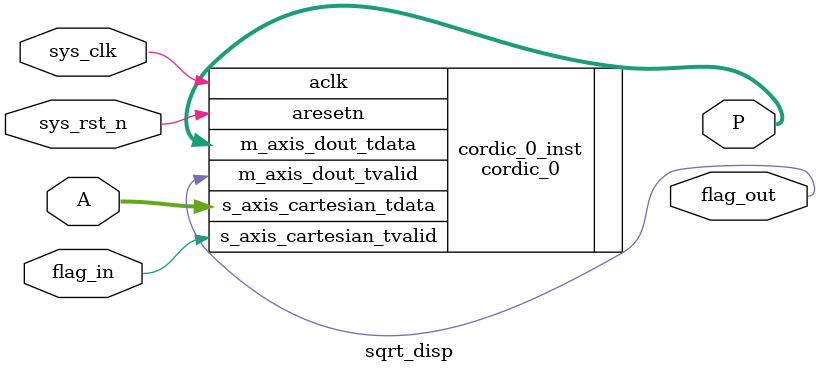
<source format=v>
`timescale 100ps/100ps
module sqrt_disp (
    input  wire       sys_clk,
    input  wire       sys_rst_n,
    input  wire [7:0] A,
    input  wire       flag_in,

    output wire       flag_out,
    output wire [7:0] P
);

cordic_0 cordic_0_inst (
  .aclk(sys_clk),                                       
  .aresetn(sys_rst_n),                                 
  .s_axis_cartesian_tvalid(flag_in), 
  .s_axis_cartesian_tdata(A),   
  .m_axis_dout_tvalid(flag_out),           
  .m_axis_dout_tdata(P)              
);
    
endmodule
</source>
